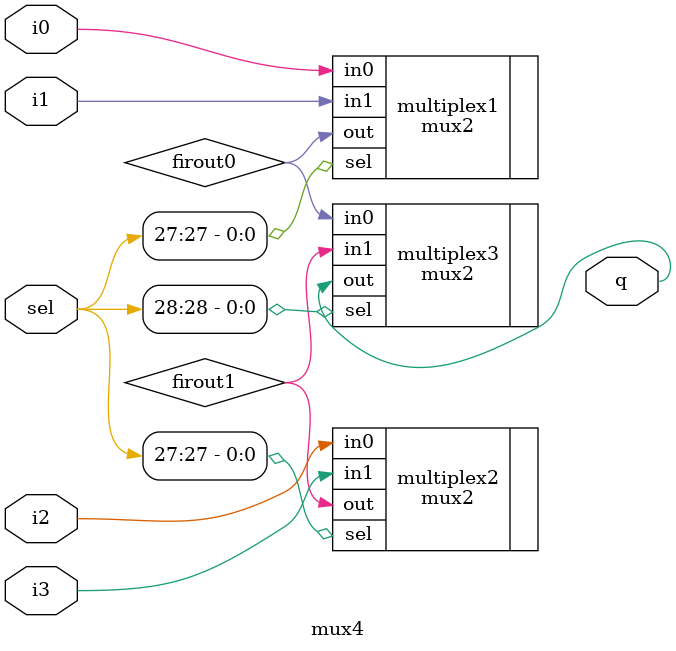
<source format=v>
module mux4 (input wire i0,
				input wire i1,
				input wire i2,
				input wire i3,
				input wire [28:27] sel,
				output wire q
				 );
wire firout0;
wire firout1;
mux2 multiplex1 (	.in0(i0),
						.in1(i1),
						.sel(sel[27]),
						.out(firout0)
						);
mux2 multiplex2 (	.in0(i2),
						.in1(i3),
						.sel(sel[27]),
						.out(firout1)
						);
mux2 multiplex3 (.in0(firout0),
						.in1(firout1),
						.sel(sel[28]),
						.out(q)
						);
endmodule 
</source>
